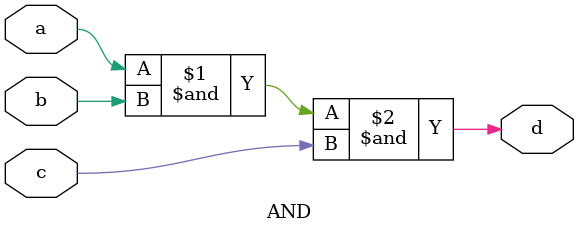
<source format=v>
module AND(a, b, c, d);

input a, b, c;
output d;
assign d=a&b&c;

endmodule
</source>
